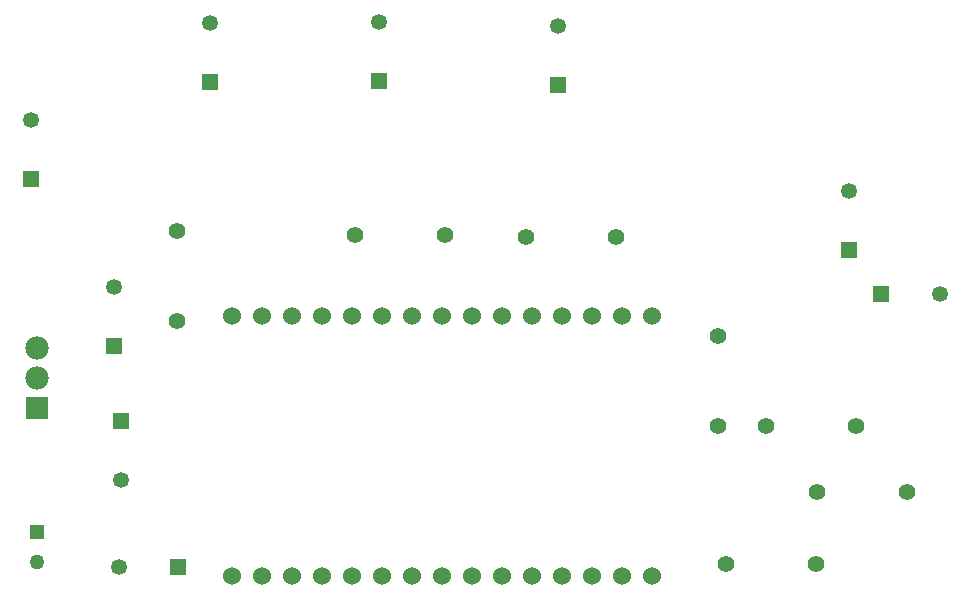
<source format=gbl>
G04*
G04 #@! TF.GenerationSoftware,Altium Limited,Altium Designer,21.4.1 (30)*
G04*
G04 Layer_Physical_Order=2*
G04 Layer_Color=16711680*
%FSLAX44Y44*%
%MOMM*%
G71*
G04*
G04 #@! TF.SameCoordinates,70A570FA-FAE6-4AEE-A749-F6A98553B2A2*
G04*
G04*
G04 #@! TF.FilePolarity,Positive*
G04*
G01*
G75*
%ADD26C,1.4000*%
%ADD27R,1.3500X1.3500*%
%ADD28C,1.3500*%
%ADD29C,1.5300*%
%ADD30R,1.3500X1.3500*%
%ADD31R,1.9800X1.9800*%
%ADD32C,1.9800*%
%ADD33R,1.2750X1.2750*%
%ADD34C,1.2750*%
D26*
X1093470Y455930D02*
D03*
X1017270D02*
D03*
X1170940Y516890D02*
D03*
X1094740D02*
D03*
X703580Y734060D02*
D03*
X779780D02*
D03*
X1010920Y572770D02*
D03*
Y648970D02*
D03*
X1127760Y572770D02*
D03*
X1051560D02*
D03*
X924560Y732790D02*
D03*
X848360D02*
D03*
X552450Y661670D02*
D03*
Y737870D02*
D03*
D27*
X505460Y577140D02*
D03*
X499110Y640480D02*
D03*
X1121410Y721330D02*
D03*
X875030Y861460D02*
D03*
X723900Y864400D02*
D03*
X429260Y781450D02*
D03*
X580390Y864000D02*
D03*
D28*
X505460Y527140D02*
D03*
X499110Y690480D02*
D03*
X1198480Y684530D02*
D03*
X503320Y453390D02*
D03*
X1121410Y771330D02*
D03*
X875030Y911460D02*
D03*
X723900Y914400D02*
D03*
X429260Y831450D02*
D03*
X580390Y914000D02*
D03*
D29*
X955040Y665480D02*
D03*
X929640D02*
D03*
X904240D02*
D03*
X878840D02*
D03*
X853440D02*
D03*
X828040D02*
D03*
X802640D02*
D03*
X777240D02*
D03*
X751840D02*
D03*
X726440D02*
D03*
X701040D02*
D03*
X675640D02*
D03*
X650240D02*
D03*
X624840D02*
D03*
X599440D02*
D03*
X955040Y445770D02*
D03*
X929640D02*
D03*
X904240D02*
D03*
X878840D02*
D03*
X853440D02*
D03*
X828040D02*
D03*
X802640D02*
D03*
X777240D02*
D03*
X751840D02*
D03*
X726440D02*
D03*
X701040D02*
D03*
X675640D02*
D03*
X650240D02*
D03*
X624840D02*
D03*
X599440D02*
D03*
D30*
X1148480Y684530D02*
D03*
X553320Y453390D02*
D03*
D31*
X434340Y587500D02*
D03*
D32*
Y613000D02*
D03*
Y638500D02*
D03*
D33*
X434340Y482600D02*
D03*
D34*
Y457600D02*
D03*
M02*

</source>
